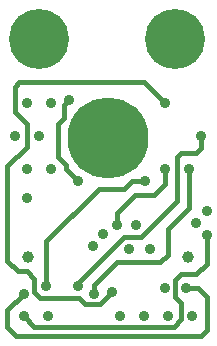
<source format=gbr>
G04 start of page 3 for group 1 idx 1 *
G04 Title: (unknown), signal2 *
G04 Creator: pcb 20110918 *
G04 CreationDate: Thu Dec  5 20:49:14 2013 UTC *
G04 For: fosse *
G04 Format: Gerber/RS-274X *
G04 PCB-Dimensions: 600000 500000 *
G04 PCB-Coordinate-Origin: lower left *
%MOIN*%
%FSLAX25Y25*%
%LNGROUP1*%
%ADD30C,0.0354*%
%ADD29C,0.1160*%
%ADD28C,0.0890*%
%ADD27C,0.0200*%
%ADD26C,0.0360*%
%ADD25C,0.0394*%
%ADD24C,0.2700*%
%ADD23C,0.2000*%
%ADD22C,0.0150*%
G54D22*X136000Y298000D02*X140000D01*
X139500Y302500D02*X134500D01*
X132500Y300500D01*
Y295000D01*
X140000Y298000D02*X143000Y295000D01*
Y306000D02*X139500Y302500D01*
X143000Y295000D02*Y284000D01*
Y315500D02*Y306000D01*
Y284000D02*X141000Y282000D01*
X132500Y295000D02*X134500Y293000D01*
Y287500D01*
X132000Y285000D01*
X130000Y309000D02*Y317500D01*
X93500Y352500D02*Y341500D01*
X96000Y339000D01*
Y337500D01*
X100000Y333500D01*
X97000Y360500D02*X95500Y359000D01*
Y354500D01*
X93500Y352500D01*
X122000Y366500D02*X80500D01*
X79000Y365000D01*
Y356500D01*
X83000Y352500D01*
Y345000D01*
X76500Y338500D01*
Y307000D01*
X113000Y319000D02*Y323000D01*
X119000Y329000D01*
X115500Y315000D02*X120500D01*
X115500D02*X121000D01*
X79500Y282000D02*X76500Y285000D01*
Y290500D01*
X82000Y296000D01*
X76500Y307000D02*X80000Y303500D01*
X83000D01*
X85500Y301000D01*
Y296500D01*
X87500Y294500D01*
X89500Y298500D02*Y313500D01*
X129000Y359500D02*X122000Y366500D01*
X125500Y329000D02*X129000Y332500D01*
Y337000D01*
X133000Y327000D02*Y341500D01*
X137000Y324500D02*Y337500D01*
X133000Y341500D02*X134500Y343000D01*
X139500D01*
X141000Y344500D01*
Y348500D01*
Y282000D02*X79500D01*
X132000Y285000D02*X85500D01*
X82000Y288500D01*
X100500Y294500D02*X102500Y292500D01*
X107500D01*
X100500Y294500D02*X87500D01*
X100000Y298500D02*Y299500D01*
X107500Y292500D02*X111500Y296500D01*
X100000Y299500D02*X115500Y315000D01*
X105500Y296000D02*Y299000D01*
X113000Y306500D01*
X127500D01*
X130000Y309000D01*
X89500Y313500D02*X107000Y331000D01*
X115500D01*
X118000Y333500D01*
X122500D01*
X119000Y329000D02*X125500D01*
X121000Y315000D02*X133000Y327000D01*
X130000Y317500D02*X137000Y324500D01*
G54D23*X87000Y381000D03*
X132500D03*
G54D24*X110000Y348000D03*
G54D25*X136575Y308205D03*
X83425D03*
G54D26*X122500Y333500D03*
X100000D03*
X83000Y328000D03*
X91000Y337500D03*
X83000D03*
X97000Y360500D03*
X79000Y348500D03*
X87000D03*
X91000Y359500D03*
X83000D03*
X129000D03*
Y337500D03*
X137000D03*
X141000Y348500D03*
X129000Y298000D03*
X136000D03*
X111500Y296500D03*
X117000Y311000D03*
X124000D03*
X105000Y312000D03*
X108500Y316000D03*
X143000Y323500D03*
X139500Y319500D03*
X119500Y319000D03*
X113000D03*
X143000Y315500D03*
X90000Y288500D03*
X122000D03*
X130000D03*
X138000D03*
X82000D03*
X114000D03*
X100000Y298500D03*
X105500Y296000D03*
X82000D03*
X89500Y298500D03*
G54D27*G54D28*G54D29*G54D30*M02*

</source>
